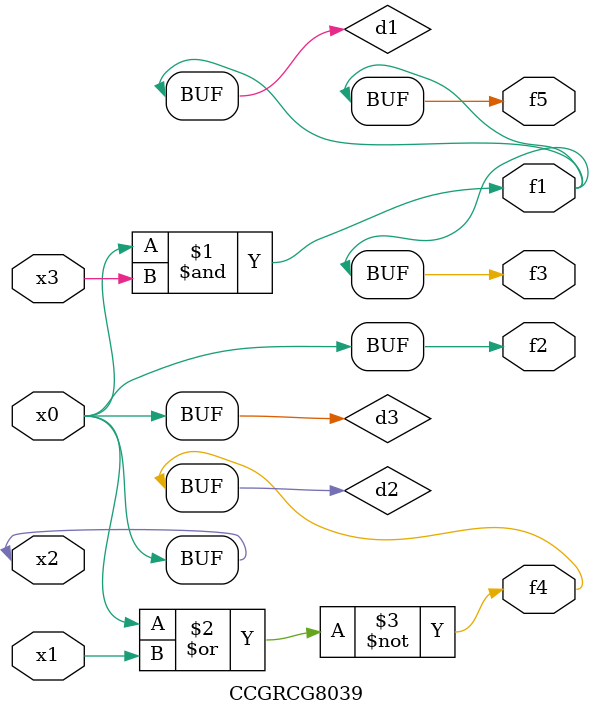
<source format=v>
module CCGRCG8039(
	input x0, x1, x2, x3,
	output f1, f2, f3, f4, f5
);

	wire d1, d2, d3;

	and (d1, x2, x3);
	nor (d2, x0, x1);
	buf (d3, x0, x2);
	assign f1 = d1;
	assign f2 = d3;
	assign f3 = d1;
	assign f4 = d2;
	assign f5 = d1;
endmodule

</source>
